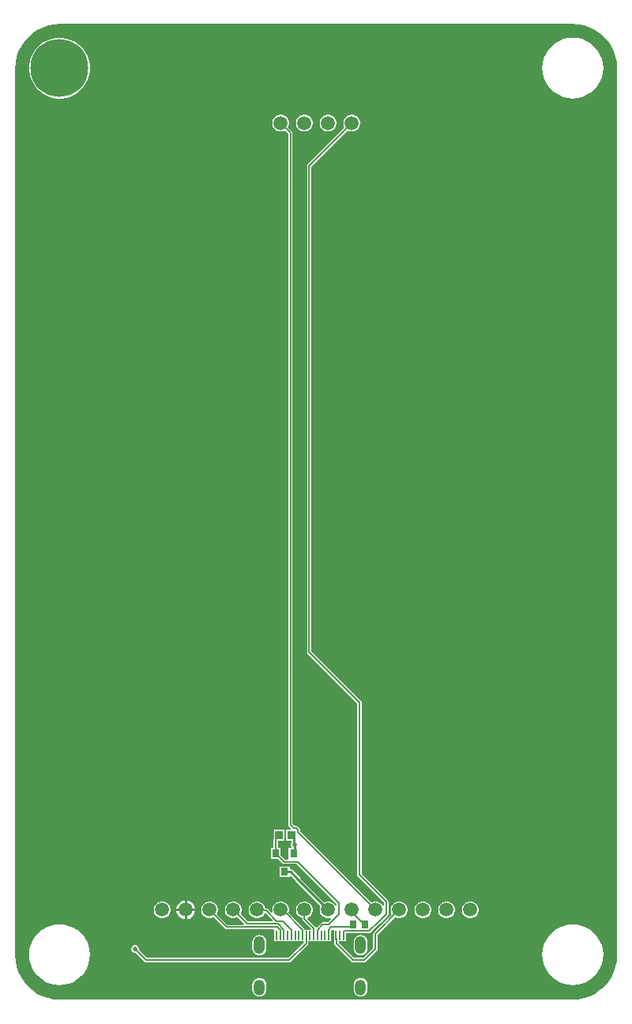
<source format=gbl>
G04*
G04 #@! TF.GenerationSoftware,Altium Limited,Altium Designer,22.11.1 (43)*
G04*
G04 Layer_Physical_Order=2*
G04 Layer_Color=16711680*
%FSLAX25Y25*%
%MOIN*%
G70*
G04*
G04 #@! TF.SameCoordinates,7BB429F2-FF7E-428E-A6CD-161F701D5EA8*
G04*
G04*
G04 #@! TF.FilePolarity,Positive*
G04*
G01*
G75*
%ADD11C,0.01000*%
%ADD14C,0.00600*%
%ADD20R,0.03347X0.03740*%
%ADD34C,0.05906*%
%ADD35O,0.04724X0.06693*%
%ADD36O,0.04724X0.07480*%
%ADD37C,0.24410*%
%ADD38C,0.01968*%
%ADD39R,0.02756X0.03347*%
%ADD40R,0.03150X0.03543*%
%ADD41R,0.00906X0.03937*%
G36*
X238673Y412121D02*
X241082Y411641D01*
X243408Y410852D01*
X245612Y409765D01*
X247654Y408400D01*
X249501Y406781D01*
X251121Y404934D01*
X252486Y402891D01*
X253572Y400688D01*
X254362Y398362D01*
X254841Y395953D01*
X255000Y393531D01*
X254994Y393501D01*
Y19484D01*
X255000Y19455D01*
X254841Y17033D01*
X254362Y14624D01*
X253572Y12297D01*
X252486Y10094D01*
X251121Y8052D01*
X249501Y6205D01*
X247654Y4585D01*
X245612Y3220D01*
X243408Y2134D01*
X241082Y1344D01*
X238673Y865D01*
X236251Y706D01*
X236222Y712D01*
X19685D01*
X19656Y706D01*
X17234Y865D01*
X14824Y1344D01*
X12498Y2134D01*
X10295Y3220D01*
X8252Y4585D01*
X6406Y6205D01*
X4786Y8052D01*
X3421Y10094D01*
X2335Y12297D01*
X1545Y14624D01*
X1066Y17033D01*
X907Y19455D01*
X913Y19484D01*
Y393501D01*
X907Y393531D01*
X1066Y395953D01*
X1545Y398362D01*
X2335Y400688D01*
X3421Y402891D01*
X4786Y404934D01*
X6406Y406781D01*
X8252Y408400D01*
X10295Y409765D01*
X12498Y410852D01*
X14824Y411641D01*
X17234Y412121D01*
X19656Y412279D01*
X19685Y412274D01*
X236222D01*
X236251Y412279D01*
X238673Y412121D01*
D02*
G37*
%LPC*%
G36*
X20693Y406505D02*
X18677D01*
X16687Y406190D01*
X14770Y405567D01*
X12974Y404652D01*
X11343Y403468D01*
X9918Y402042D01*
X8733Y400412D01*
X7818Y398616D01*
X7196Y396699D01*
X6880Y394708D01*
Y392693D01*
X7196Y390702D01*
X7818Y388786D01*
X8733Y386990D01*
X9918Y385359D01*
X11343Y383934D01*
X12974Y382749D01*
X14770Y381834D01*
X16687Y381211D01*
X18677Y380896D01*
X20693D01*
X22683Y381211D01*
X24600Y381834D01*
X26396Y382749D01*
X28027Y383934D01*
X29452Y385359D01*
X30637Y386990D01*
X31552Y388786D01*
X32175Y390702D01*
X32490Y392693D01*
Y394708D01*
X32175Y396699D01*
X31552Y398616D01*
X30637Y400412D01*
X29452Y402042D01*
X28027Y403468D01*
X26396Y404652D01*
X24600Y405567D01*
X22683Y406190D01*
X20693Y406505D01*
D02*
G37*
G36*
X236221Y406545D02*
X234211Y406387D01*
X232251Y405916D01*
X230389Y405145D01*
X228671Y404092D01*
X227138Y402783D01*
X225829Y401251D01*
X224776Y399532D01*
X224005Y397670D01*
X223534Y395710D01*
X223376Y393701D01*
X223534Y391691D01*
X224005Y389732D01*
X224776Y387870D01*
X225829Y386151D01*
X227138Y384618D01*
X228671Y383310D01*
X230389Y382256D01*
X232251Y381485D01*
X234211Y381015D01*
X236221Y380856D01*
X238230Y381015D01*
X240190Y381485D01*
X242052Y382256D01*
X243770Y383310D01*
X245303Y384618D01*
X246612Y386151D01*
X247665Y387870D01*
X248436Y389732D01*
X248907Y391691D01*
X249065Y393701D01*
X248907Y395710D01*
X248436Y397670D01*
X247665Y399532D01*
X246612Y401251D01*
X245303Y402783D01*
X243770Y404092D01*
X242052Y405145D01*
X240190Y405916D01*
X238230Y406387D01*
X236221Y406545D01*
D02*
G37*
G36*
X133419Y374022D02*
X132483D01*
X131580Y373780D01*
X130770Y373312D01*
X130108Y372651D01*
X129640Y371841D01*
X129398Y370937D01*
Y370002D01*
X129640Y369098D01*
X130108Y368288D01*
X130770Y367627D01*
X131580Y367159D01*
X132483Y366917D01*
X133419D01*
X134323Y367159D01*
X135133Y367627D01*
X135794Y368288D01*
X136262Y369098D01*
X136504Y370002D01*
Y370937D01*
X136262Y371841D01*
X135794Y372651D01*
X135133Y373312D01*
X134323Y373780D01*
X133419Y374022D01*
D02*
G37*
G36*
X123419D02*
X122483D01*
X121580Y373780D01*
X120770Y373312D01*
X120108Y372651D01*
X119641Y371841D01*
X119398Y370937D01*
Y370002D01*
X119641Y369098D01*
X120108Y368288D01*
X120770Y367627D01*
X121580Y367159D01*
X122483Y366917D01*
X123419D01*
X124322Y367159D01*
X125133Y367627D01*
X125794Y368288D01*
X126262Y369098D01*
X126504Y370002D01*
Y370937D01*
X126262Y371841D01*
X125794Y372651D01*
X125133Y373312D01*
X124322Y373780D01*
X123419Y374022D01*
D02*
G37*
G36*
X143419D02*
X142483D01*
X141580Y373780D01*
X140770Y373312D01*
X140108Y372651D01*
X139640Y371841D01*
X139398Y370937D01*
Y370002D01*
X139640Y369098D01*
X139875Y368691D01*
X124365Y353181D01*
X124166Y352883D01*
X124096Y352532D01*
Y147410D01*
X124166Y147058D01*
X124365Y146761D01*
X145274Y125852D01*
Y53381D01*
X145274Y53381D01*
X145343Y53030D01*
X145542Y52732D01*
X156586Y41689D01*
Y40391D01*
X156086Y40257D01*
X155794Y40762D01*
X155133Y41424D01*
X154323Y41892D01*
X153419Y42134D01*
X152483D01*
X151580Y41892D01*
X151173Y41657D01*
X121167Y71662D01*
Y72385D01*
X121097Y72736D01*
X120898Y73034D01*
X120262Y73671D01*
X119964Y73870D01*
X119613Y73939D01*
X118890D01*
X117976Y74854D01*
Y366362D01*
X117906Y366714D01*
X117707Y367011D01*
X116027Y368691D01*
X116262Y369098D01*
X116504Y370002D01*
Y370937D01*
X116262Y371841D01*
X115794Y372651D01*
X115133Y373312D01*
X114322Y373780D01*
X113419Y374022D01*
X112483D01*
X111580Y373780D01*
X110770Y373312D01*
X110108Y372651D01*
X109641Y371841D01*
X109398Y370937D01*
Y370002D01*
X109641Y369098D01*
X110108Y368288D01*
X110770Y367627D01*
X111580Y367159D01*
X112483Y366917D01*
X113419D01*
X114322Y367159D01*
X114729Y367394D01*
X116140Y365982D01*
Y74474D01*
X116210Y74123D01*
X116409Y73825D01*
X117338Y72896D01*
X117147Y72434D01*
X115316D01*
Y67694D01*
X117541D01*
Y67050D01*
X117326Y66532D01*
Y65903D01*
X117567Y65321D01*
X117628Y65261D01*
X117420Y64761D01*
X116329D01*
Y60279D01*
X116329Y60217D01*
X116181Y59779D01*
X114931D01*
X112998Y61712D01*
Y64761D01*
X111841D01*
Y67694D01*
X114544D01*
Y72434D01*
X110198D01*
Y68954D01*
X110076Y68771D01*
X110006Y68420D01*
Y64761D01*
X108849D01*
Y60217D01*
X111897D01*
X113902Y58212D01*
X114200Y58013D01*
X114551Y57944D01*
X119693D01*
X136585Y41051D01*
Y40391D01*
X136085Y40257D01*
X135794Y40762D01*
X135133Y41424D01*
X134323Y41892D01*
X133419Y42134D01*
X132483D01*
X131580Y41892D01*
X131356Y41762D01*
X121339Y51779D01*
X121309Y51927D01*
X121066Y52291D01*
X121066Y52291D01*
X117949Y55408D01*
X117585Y55651D01*
X117156Y55737D01*
X116738Y56006D01*
Y56887D01*
X112589D01*
Y52343D01*
X116738D01*
Y52793D01*
X117200Y52985D01*
X119208Y50977D01*
X119237Y50829D01*
X119480Y50466D01*
X129770Y40176D01*
X129640Y39952D01*
X129398Y39049D01*
Y38113D01*
X129640Y37209D01*
X130108Y36399D01*
X130770Y35738D01*
X131580Y35270D01*
X132483Y35028D01*
X133419D01*
X133982Y35179D01*
X134241Y34731D01*
X132776Y33266D01*
X130706D01*
X130355Y33196D01*
X130057Y32997D01*
X128283Y31224D01*
X128149Y31218D01*
X127688Y31336D01*
X127579Y31498D01*
X124325Y34753D01*
X124324Y34945D01*
X124444Y35340D01*
X125133Y35738D01*
X125794Y36399D01*
X126262Y37209D01*
X126504Y38113D01*
Y39049D01*
X126262Y39952D01*
X125794Y40762D01*
X125133Y41424D01*
X124322Y41892D01*
X123419Y42134D01*
X122483D01*
X121580Y41892D01*
X120770Y41424D01*
X120108Y40762D01*
X119641Y39952D01*
X119398Y39049D01*
Y38113D01*
X119641Y37209D01*
X120108Y36399D01*
X120770Y35738D01*
X121580Y35270D01*
X122134Y35122D01*
Y34728D01*
X122204Y34377D01*
X122403Y34079D01*
X125750Y30732D01*
X125543Y30232D01*
X123079D01*
X123019Y30534D01*
X122820Y30832D01*
X116300Y37352D01*
X116504Y38113D01*
Y39049D01*
X116262Y39952D01*
X115794Y40762D01*
X115133Y41424D01*
X114322Y41892D01*
X113419Y42134D01*
X112483D01*
X111580Y41892D01*
X110770Y41424D01*
X110108Y40762D01*
X109641Y39952D01*
X109398Y39049D01*
Y38113D01*
X109549Y37550D01*
X109101Y37291D01*
X107453Y38939D01*
X107155Y39138D01*
X106804Y39208D01*
X106461D01*
X106262Y39952D01*
X105794Y40762D01*
X105133Y41424D01*
X104323Y41892D01*
X103419Y42134D01*
X102483D01*
X101580Y41892D01*
X100770Y41424D01*
X100108Y40762D01*
X99641Y39952D01*
X99398Y39049D01*
Y38113D01*
X99641Y37209D01*
X100108Y36399D01*
X100770Y35738D01*
X101580Y35270D01*
X102483Y35028D01*
X103419D01*
X104323Y35270D01*
X105133Y35738D01*
X105794Y36399D01*
X106122Y36968D01*
X106683Y37080D01*
X106733Y37064D01*
X109707Y34090D01*
X109516Y33628D01*
X99202D01*
X96027Y36803D01*
X96262Y37209D01*
X96504Y38113D01*
Y39049D01*
X96262Y39952D01*
X95794Y40762D01*
X95133Y41424D01*
X94323Y41892D01*
X93419Y42134D01*
X92484D01*
X91580Y41892D01*
X90770Y41424D01*
X90108Y40762D01*
X89640Y39952D01*
X89398Y39049D01*
Y38113D01*
X89640Y37209D01*
X90108Y36399D01*
X90770Y35738D01*
X91580Y35270D01*
X92484Y35028D01*
X93419D01*
X94323Y35270D01*
X94729Y35505D01*
X97562Y32672D01*
X97371Y32210D01*
X90620D01*
X86027Y36803D01*
X86262Y37209D01*
X86504Y38113D01*
Y39049D01*
X86262Y39952D01*
X85794Y40762D01*
X85133Y41424D01*
X84323Y41892D01*
X83419Y42134D01*
X82484D01*
X81580Y41892D01*
X80770Y41424D01*
X80108Y40762D01*
X79641Y39952D01*
X79398Y39049D01*
Y38113D01*
X79641Y37209D01*
X80108Y36399D01*
X80770Y35738D01*
X81580Y35270D01*
X82484Y35028D01*
X83419D01*
X84323Y35270D01*
X84729Y35505D01*
X89591Y30644D01*
X89888Y30445D01*
X90240Y30375D01*
X109789D01*
X110230Y30232D01*
Y25295D01*
X122672D01*
X122764Y24795D01*
X116312Y18343D01*
X56454D01*
X53083Y21715D01*
Y22315D01*
X52842Y22896D01*
X52397Y23342D01*
X51815Y23583D01*
X51185D01*
X50603Y23342D01*
X50158Y22896D01*
X49917Y22315D01*
Y21685D01*
X50158Y21103D01*
X50603Y20658D01*
X51185Y20417D01*
X51785D01*
X55425Y16777D01*
X55723Y16578D01*
X56074Y16508D01*
X116692D01*
X117043Y16578D01*
X117341Y16777D01*
X124395Y23831D01*
X124594Y24129D01*
X124664Y24480D01*
Y25295D01*
X134182D01*
Y29803D01*
X134754Y30375D01*
X134986D01*
X135427Y30232D01*
Y25295D01*
X135496D01*
Y24480D01*
X135566Y24129D01*
X135765Y23831D01*
X142819Y16777D01*
X143117Y16578D01*
X143468Y16508D01*
X148355D01*
X148706Y16578D01*
X149004Y16777D01*
X153551Y21324D01*
X153750Y21622D01*
X153820Y21973D01*
Y28152D01*
X161173Y35505D01*
X161580Y35270D01*
X162483Y35028D01*
X163419D01*
X164322Y35270D01*
X165133Y35738D01*
X165794Y36399D01*
X166262Y37209D01*
X166504Y38113D01*
Y39049D01*
X166262Y39952D01*
X165794Y40762D01*
X165133Y41424D01*
X164322Y41892D01*
X163419Y42134D01*
X162483D01*
X161580Y41892D01*
X160770Y41424D01*
X160108Y40762D01*
X159641Y39952D01*
X159398Y39049D01*
Y38113D01*
X159641Y37209D01*
X159875Y36803D01*
X152253Y29181D01*
X152055Y28883D01*
X151985Y28532D01*
Y22353D01*
X147975Y18343D01*
X143848D01*
X137397Y24795D01*
X137488Y25295D01*
X140482D01*
Y28717D01*
X141526D01*
X141652Y28692D01*
X145636D01*
X145655Y28696D01*
X145675Y28693D01*
X146263Y28718D01*
X146271Y28708D01*
X146382Y28662D01*
X146398Y28669D01*
X146897Y28692D01*
X150230Y28692D01*
X150581Y28762D01*
X150879Y28961D01*
X154519Y32601D01*
X154630Y32623D01*
X154928Y32822D01*
X158152Y36046D01*
X158351Y36344D01*
X158421Y36695D01*
Y42069D01*
X158351Y42420D01*
X158152Y42718D01*
X147109Y53761D01*
Y126232D01*
X147039Y126583D01*
X146840Y126881D01*
X125931Y147790D01*
Y352152D01*
X141173Y367394D01*
X141580Y367159D01*
X142483Y366917D01*
X143419D01*
X144323Y367159D01*
X145133Y367627D01*
X145794Y368288D01*
X146262Y369098D01*
X146504Y370002D01*
Y370937D01*
X146262Y371841D01*
X145794Y372651D01*
X145133Y373312D01*
X144323Y373780D01*
X143419Y374022D01*
D02*
G37*
G36*
X73472Y42534D02*
X73451D01*
Y39081D01*
X76904D01*
Y39101D01*
X76635Y40106D01*
X76114Y41008D01*
X75378Y41744D01*
X74477Y42264D01*
X73472Y42534D01*
D02*
G37*
G36*
X72451D02*
X72431D01*
X71425Y42264D01*
X70524Y41744D01*
X69788Y41008D01*
X69268Y40106D01*
X68998Y39101D01*
Y39081D01*
X72451D01*
Y42534D01*
D02*
G37*
G36*
X193419Y42134D02*
X192483D01*
X191580Y41892D01*
X190770Y41424D01*
X190108Y40762D01*
X189640Y39952D01*
X189398Y39049D01*
Y38113D01*
X189640Y37209D01*
X190108Y36399D01*
X190770Y35738D01*
X191580Y35270D01*
X192483Y35028D01*
X193419D01*
X194323Y35270D01*
X195133Y35738D01*
X195794Y36399D01*
X196262Y37209D01*
X196504Y38113D01*
Y39049D01*
X196262Y39952D01*
X195794Y40762D01*
X195133Y41424D01*
X194323Y41892D01*
X193419Y42134D01*
D02*
G37*
G36*
X183419D02*
X182483D01*
X181580Y41892D01*
X180770Y41424D01*
X180108Y40762D01*
X179640Y39952D01*
X179398Y39049D01*
Y38113D01*
X179640Y37209D01*
X180108Y36399D01*
X180770Y35738D01*
X181580Y35270D01*
X182483Y35028D01*
X183419D01*
X184323Y35270D01*
X185133Y35738D01*
X185794Y36399D01*
X186262Y37209D01*
X186504Y38113D01*
Y39049D01*
X186262Y39952D01*
X185794Y40762D01*
X185133Y41424D01*
X184323Y41892D01*
X183419Y42134D01*
D02*
G37*
G36*
X173419D02*
X172483D01*
X171580Y41892D01*
X170770Y41424D01*
X170108Y40762D01*
X169641Y39952D01*
X169398Y39049D01*
Y38113D01*
X169641Y37209D01*
X170108Y36399D01*
X170770Y35738D01*
X171580Y35270D01*
X172483Y35028D01*
X173419D01*
X174322Y35270D01*
X175133Y35738D01*
X175794Y36399D01*
X176262Y37209D01*
X176504Y38113D01*
Y39049D01*
X176262Y39952D01*
X175794Y40762D01*
X175133Y41424D01*
X174322Y41892D01*
X173419Y42134D01*
D02*
G37*
G36*
X63419D02*
X62484D01*
X61580Y41892D01*
X60770Y41424D01*
X60108Y40762D01*
X59641Y39952D01*
X59398Y39049D01*
Y38113D01*
X59641Y37209D01*
X60108Y36399D01*
X60770Y35738D01*
X61580Y35270D01*
X62484Y35028D01*
X63419D01*
X64323Y35270D01*
X65133Y35738D01*
X65794Y36399D01*
X66262Y37209D01*
X66504Y38113D01*
Y39049D01*
X66262Y39952D01*
X65794Y40762D01*
X65133Y41424D01*
X64323Y41892D01*
X63419Y42134D01*
D02*
G37*
G36*
X76904Y38081D02*
X73451D01*
Y34628D01*
X73472D01*
X74477Y34897D01*
X75378Y35418D01*
X76114Y36154D01*
X76635Y37055D01*
X76904Y38060D01*
Y38081D01*
D02*
G37*
G36*
X72451D02*
X68998D01*
Y38060D01*
X69268Y37055D01*
X69788Y36154D01*
X70524Y35418D01*
X71425Y34897D01*
X72431Y34628D01*
X72451D01*
Y38081D01*
D02*
G37*
G36*
X146714Y27996D02*
X145941Y27894D01*
X145220Y27595D01*
X144601Y27121D01*
X144126Y26502D01*
X143828Y25781D01*
X143726Y25008D01*
Y22252D01*
X143828Y21479D01*
X144126Y20758D01*
X144601Y20139D01*
X145220Y19665D01*
X145941Y19366D01*
X146714Y19264D01*
X147487Y19366D01*
X148208Y19665D01*
X148827Y20139D01*
X149301Y20758D01*
X149600Y21479D01*
X149702Y22252D01*
Y25008D01*
X149600Y25781D01*
X149301Y26502D01*
X148827Y27121D01*
X148208Y27595D01*
X147487Y27894D01*
X146714Y27996D01*
D02*
G37*
G36*
X103997D02*
X103224Y27894D01*
X102504Y27595D01*
X101885Y27121D01*
X101410Y26502D01*
X101111Y25781D01*
X101010Y25008D01*
Y22252D01*
X101111Y21479D01*
X101410Y20758D01*
X101885Y20139D01*
X102504Y19665D01*
X103224Y19366D01*
X103997Y19264D01*
X104771Y19366D01*
X105491Y19665D01*
X106110Y20139D01*
X106585Y20758D01*
X106883Y21479D01*
X106985Y22252D01*
Y25008D01*
X106883Y25781D01*
X106585Y26502D01*
X106110Y27121D01*
X105491Y27595D01*
X104771Y27894D01*
X103997Y27996D01*
D02*
G37*
G36*
X236221Y32529D02*
X234211Y32371D01*
X232251Y31901D01*
X230389Y31129D01*
X228671Y30076D01*
X227138Y28767D01*
X225829Y27235D01*
X224776Y25516D01*
X224005Y23654D01*
X223534Y21694D01*
X223376Y19685D01*
X223534Y17676D01*
X224005Y15716D01*
X224776Y13854D01*
X225829Y12135D01*
X227138Y10603D01*
X228671Y9294D01*
X230389Y8241D01*
X232251Y7469D01*
X234211Y6999D01*
X236221Y6841D01*
X238230Y6999D01*
X240190Y7469D01*
X242052Y8241D01*
X243770Y9294D01*
X245303Y10603D01*
X246612Y12135D01*
X247665Y13854D01*
X248436Y15716D01*
X248907Y17676D01*
X249065Y19685D01*
X248907Y21694D01*
X248436Y23654D01*
X247665Y25516D01*
X246612Y27235D01*
X245303Y28767D01*
X243770Y30076D01*
X242052Y31129D01*
X240190Y31901D01*
X238230Y32371D01*
X236221Y32529D01*
D02*
G37*
G36*
X19685D02*
X17676Y32371D01*
X15716Y31901D01*
X13854Y31129D01*
X12135Y30076D01*
X10603Y28767D01*
X9294Y27235D01*
X8241Y25516D01*
X7469Y23654D01*
X6999Y21694D01*
X6841Y19685D01*
X6999Y17676D01*
X7469Y15716D01*
X8241Y13854D01*
X9294Y12135D01*
X10603Y10603D01*
X12135Y9294D01*
X13854Y8241D01*
X15716Y7469D01*
X17676Y6999D01*
X19685Y6841D01*
X21694Y6999D01*
X23654Y7469D01*
X25516Y8241D01*
X27235Y9294D01*
X28767Y10603D01*
X30076Y12135D01*
X31129Y13854D01*
X31901Y15716D01*
X32371Y17676D01*
X32529Y19685D01*
X32371Y21694D01*
X31901Y23654D01*
X31129Y25516D01*
X30076Y27235D01*
X28767Y28767D01*
X27235Y30076D01*
X25516Y31129D01*
X23654Y31901D01*
X21694Y32371D01*
X19685Y32529D01*
D02*
G37*
G36*
X146714Y9885D02*
X145941Y9784D01*
X145220Y9485D01*
X144601Y9010D01*
X144126Y8392D01*
X143828Y7671D01*
X143726Y6898D01*
Y4929D01*
X143828Y4156D01*
X144126Y3435D01*
X144601Y2816D01*
X145220Y2342D01*
X145941Y2043D01*
X146714Y1941D01*
X147487Y2043D01*
X148208Y2342D01*
X148827Y2816D01*
X149301Y3435D01*
X149600Y4156D01*
X149702Y4929D01*
Y6898D01*
X149600Y7671D01*
X149301Y8392D01*
X148827Y9010D01*
X148208Y9485D01*
X147487Y9784D01*
X146714Y9885D01*
D02*
G37*
G36*
X103997D02*
X103224Y9784D01*
X102504Y9485D01*
X101885Y9010D01*
X101410Y8392D01*
X101111Y7671D01*
X101010Y6898D01*
Y4929D01*
X101111Y4156D01*
X101410Y3435D01*
X101885Y2816D01*
X102504Y2342D01*
X103224Y2043D01*
X103997Y1941D01*
X104771Y2043D01*
X105491Y2342D01*
X106110Y2816D01*
X106585Y3435D01*
X106883Y4156D01*
X106985Y4929D01*
Y6898D01*
X106883Y7671D01*
X106585Y8392D01*
X106110Y9010D01*
X105491Y9485D01*
X104771Y9784D01*
X103997Y9885D01*
D02*
G37*
%LPD*%
D11*
X118909Y62994D02*
Y66218D01*
X118404Y62489D02*
X118909Y62994D01*
X118662Y66726D02*
Y68891D01*
X118909Y66218D02*
Y66480D01*
X117489Y70064D02*
X118662Y68891D01*
Y66726D02*
X118909Y66480D01*
X120273Y51259D02*
Y51498D01*
X117156Y54615D02*
X120273Y51498D01*
X114664Y54615D02*
X117156D01*
X120273Y51259D02*
X132951Y38581D01*
D14*
X146573Y29610D02*
G03*
X146357Y29640I-191J-569D01*
G01*
X150230Y29610D02*
X154091Y33471D01*
X154279D01*
X146573Y29610D02*
X150230Y29610D01*
X142951Y37811D02*
X147570Y33193D01*
X142951Y37811D02*
Y38581D01*
Y37811D02*
Y38581D01*
X134374Y31293D02*
X142402D01*
X143480Y32370D01*
X147985D02*
X148401D01*
X147777Y32162D02*
X147985Y32370D01*
X147570D02*
X147777Y32162D01*
X147570Y32370D02*
Y33193D01*
X133264Y30183D02*
X134374Y31293D01*
X133264Y27798D02*
Y30183D01*
X133230Y27764D02*
X133264Y27798D01*
X130706Y32348D02*
X133156D01*
X128540Y30183D02*
X130706Y32348D01*
X133156D02*
X137503Y36695D01*
X128505Y27764D02*
Y29398D01*
X128540Y29432D01*
Y30183D01*
X137503Y36695D02*
Y41431D01*
X120073Y58861D02*
X137503Y41431D01*
X114551Y58861D02*
X120073D01*
X125014Y147410D02*
X146191Y126232D01*
X125014Y147410D02*
Y352532D01*
X146191Y53381D02*
Y126232D01*
X125014Y352532D02*
X142951Y370469D01*
X146191Y53381D02*
X157503Y42069D01*
Y36695D02*
Y42069D01*
X154279Y33471D02*
X157503Y36695D01*
X141652Y29610D02*
X145636D01*
X146357Y29640D01*
X117058Y74474D02*
Y366362D01*
X120250Y71282D02*
X152951Y38581D01*
X120250Y71282D02*
Y72385D01*
X112951Y370469D02*
X117058Y366362D01*
Y74474D02*
X118510Y73022D01*
X119613D02*
X120250Y72385D01*
X118510Y73022D02*
X119613D01*
X110923Y62489D02*
X114551Y58861D01*
X110923Y62489D02*
Y68420D01*
X112371Y69867D02*
Y70064D01*
X110923Y68420D02*
X112371Y69867D01*
X113773Y38581D02*
X122171Y30183D01*
Y27798D02*
X122206Y27764D01*
X112951Y38581D02*
X113773D01*
X122171Y27798D02*
Y30183D01*
X112723Y27798D02*
Y30183D01*
X90240Y31293D02*
X111613D01*
X112723Y27798D02*
X112757Y27764D01*
X111613Y31293D02*
X112723Y30183D01*
X117447Y27798D02*
X117482Y27764D01*
X113756Y33874D02*
X117447Y30183D01*
X111220Y33874D02*
X113756D01*
X106804Y38291D02*
X111220Y33874D01*
X103241Y38291D02*
X106804D01*
X102951Y38581D02*
X103241Y38291D01*
X117447Y27798D02*
Y30183D01*
X139884Y29635D02*
X141627D01*
X139529Y29280D02*
X139884Y29635D01*
X139529Y27764D02*
Y29280D01*
X141627Y29635D02*
X141652Y29610D01*
X126930Y27764D02*
Y30849D01*
X123052Y34728D02*
X126930Y30849D01*
X123052Y34728D02*
Y38480D01*
X122951Y38581D02*
X123052Y38480D01*
X98822Y32710D02*
X111770D01*
X114297Y30183D01*
Y27798D02*
Y30183D01*
Y27798D02*
X114332Y27764D01*
X92951Y38581D02*
X98822Y32710D01*
X82951Y38581D02*
X90240Y31293D01*
X123746Y24480D02*
Y27729D01*
X123781Y27764D01*
X116692Y17426D02*
X123746Y24480D01*
X56074Y17426D02*
X116692D01*
X51500Y22000D02*
X56074Y17426D01*
X136379Y26899D02*
Y27764D01*
X152902Y28532D02*
X162951Y38581D01*
X152902Y21973D02*
Y28532D01*
X148355Y17426D02*
X152902Y21973D01*
X143468Y17426D02*
X148355D01*
X136414Y24480D02*
X143468Y17426D01*
X136414Y24480D02*
Y26864D01*
X136379Y26899D02*
X136414Y26864D01*
D20*
X112371Y70064D02*
D03*
X117489D02*
D03*
D34*
X142951Y370469D02*
D03*
X132951D02*
D03*
X122951D02*
D03*
X112951D02*
D03*
X122951Y38581D02*
D03*
X132951D02*
D03*
X182951D02*
D03*
X142951D02*
D03*
X152951D02*
D03*
X172951D02*
D03*
X192951D02*
D03*
X162951D02*
D03*
X62951D02*
D03*
X82951D02*
D03*
X102951D02*
D03*
X72951D02*
D03*
X92951D02*
D03*
X112951D02*
D03*
D35*
X103997Y5913D02*
D03*
X146714D02*
D03*
D36*
X103997Y23630D02*
D03*
X146714D02*
D03*
D37*
X19685Y393701D02*
D03*
D38*
X63105Y70292D02*
D03*
X118909Y66218D02*
D03*
X61883Y125842D02*
D03*
X69268D02*
D03*
X42655Y57342D02*
D03*
X33690Y56500D02*
D03*
X63974Y77904D02*
D03*
X10716Y85508D02*
D03*
X15716Y66200D02*
D03*
X51500Y22000D02*
D03*
X44851Y402757D02*
D03*
D39*
X148401Y32370D02*
D03*
X143480D02*
D03*
D40*
X110923Y62489D02*
D03*
X118404D02*
D03*
X114664Y54615D02*
D03*
D41*
X111182Y27764D02*
D03*
X112757D02*
D03*
X114332D02*
D03*
X115907D02*
D03*
X117482D02*
D03*
X119056D02*
D03*
X120631D02*
D03*
X122206D02*
D03*
X123781D02*
D03*
X125356D02*
D03*
X126930D02*
D03*
X128505D02*
D03*
X130080D02*
D03*
X131655D02*
D03*
X133230D02*
D03*
X134804D02*
D03*
X136379D02*
D03*
X137954D02*
D03*
X139529D02*
D03*
M02*

</source>
